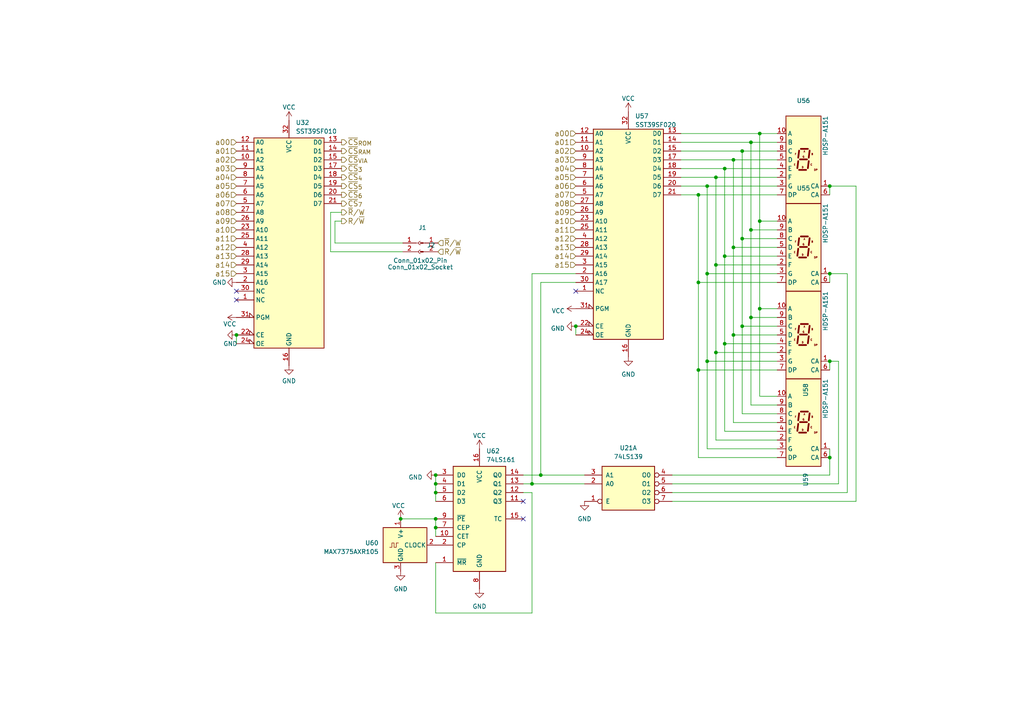
<source format=kicad_sch>
(kicad_sch (version 20230121) (generator eeschema)
  (paper "A4")
  (lib_symbols
    (symbol "74xx:74LS139" (pin_names (offset 1.016))
      (property "Reference" "U" (at -7.62 8.89 0))
      (property "Value" "74LS139" (at -7.62 -8.89 0))
      (symbol "74LS139_1_0"
        (pin input inverted (at -12.7 -5.08 0) (length 5.08) (name "E") (number "1"))
        (pin input line (at -12.7 0 0) (length 5.08) (name "A0") (number "2"))
        (pin input line (at -12.7 2.54 0) (length 5.08) (name "A1") (number "3"))
        (pin output inverted (at 12.7 2.54 180) (length 5.08) (name "O0") (number "4"))
        (pin output inverted (at 12.7 0 180) (length 5.08) (name "O1") (number "5"))
        (pin output inverted (at 12.7 -2.54 180) (length 5.08) (name "O2") (number "6"))
        (pin output inverted (at 12.7 -5.08 180) (length 5.08) (name "O3") (number "7"))
      )
      (symbol "74LS139_1_1"
        (rectangle (start -7.62 5.08) (end 7.62 -7.62) (stroke (width 0.254)) (fill (type background)))
      )
      (symbol "74LS139_2_0"
        (pin output inverted (at 12.7 -2.54 180) (length 5.08) (name "O2") (number "10"))
        (pin output inverted (at 12.7 0 180) (length 5.08) (name "O1") (number "11"))
        (pin output inverted (at 12.7 2.54 180) (length 5.08) (name "O0") (number "12"))
        (pin input line (at -12.7 2.54 0) (length 5.08) (name "A1") (number "13"))
        (pin input line (at -12.7 0 0) (length 5.08) (name "A0") (number "14"))
        (pin input inverted (at -12.7 -5.08 0) (length 5.08) (name "E") (number "15"))
        (pin output inverted (at 12.7 -5.08 180) (length 5.08) (name "O3") (number "9"))
      )
      (symbol "74LS139_2_1"
        (rectangle (start -7.62 5.08) (end 7.62 -7.62) (stroke (width 0.254)) (fill (type background)))
      )
      (symbol "74LS139_3_0"
        (pin power_in line (at 0 12.7 270) (length 5.08) (name "VCC") (number "16"))
        (pin power_in line (at 0 -12.7 90) (length 5.08) (name "GND") (number "8"))
      )
      (symbol "74LS139_3_1"
        (rectangle (start -5.08 7.62) (end 5.08 -7.62) (stroke (width 0.254)) (fill (type background)))
      )
    )
    (symbol "74xx:74LS161" (pin_names (offset 1.016))
      (property "Reference" "U" (at -7.62 16.51 0))
      (property "Value" "74LS161" (at -7.62 -16.51 0))
      (symbol "74LS161_1_0"
        (pin input line (at -12.7 -12.7 0) (length 5.08) (name "~{MR}") (number "1"))
        (pin input line (at -12.7 -5.08 0) (length 5.08) (name "CET") (number "10"))
        (pin output line (at 12.7 5.08 180) (length 5.08) (name "Q3") (number "11"))
        (pin output line (at 12.7 7.62 180) (length 5.08) (name "Q2") (number "12"))
        (pin output line (at 12.7 10.16 180) (length 5.08) (name "Q1") (number "13"))
        (pin output line (at 12.7 12.7 180) (length 5.08) (name "Q0") (number "14"))
        (pin output line (at 12.7 0 180) (length 5.08) (name "TC") (number "15"))
        (pin power_in line (at 0 20.32 270) (length 5.08) (name "VCC") (number "16"))
        (pin input line (at -12.7 -7.62 0) (length 5.08) (name "CP") (number "2"))
        (pin input line (at -12.7 12.7 0) (length 5.08) (name "D0") (number "3"))
        (pin input line (at -12.7 10.16 0) (length 5.08) (name "D1") (number "4"))
        (pin input line (at -12.7 7.62 0) (length 5.08) (name "D2") (number "5"))
        (pin input line (at -12.7 5.08 0) (length 5.08) (name "D3") (number "6"))
        (pin input line (at -12.7 -2.54 0) (length 5.08) (name "CEP") (number "7"))
        (pin power_in line (at 0 -20.32 90) (length 5.08) (name "GND") (number "8"))
        (pin input line (at -12.7 0 0) (length 5.08) (name "~{PE}") (number "9"))
      )
      (symbol "74LS161_1_1"
        (rectangle (start -7.62 15.24) (end 7.62 -15.24) (stroke (width 0.254)) (fill (type background)))
      )
    )
    (symbol "Connector:Conn_01x02_Pin" (pin_names (offset 1.016) hide)
      (property "Reference" "J" (at 0 2.54 0))
      (property "Value" "Conn_01x02_Pin" (at 0 -5.08 0))
      (symbol "Conn_01x02_Pin_1_1"
        (polyline (pts (xy 1.27 -2.54) (xy 0.8636 -2.54)) (stroke (width 0.1524)))
        (polyline (pts (xy 1.27 0) (xy 0.8636 0)) (stroke (width 0.1524)))
        (rectangle (start 0.8636 -2.413) (end 0 -2.667) (stroke (width 0.1524)) (fill (type outline)))
        (rectangle (start 0.8636 0.127) (end 0 -0.127) (stroke (width 0.1524)) (fill (type outline)))
        (pin passive line (at 5.08 0 180) (length 3.81) (name "Pin_1") (number "1"))
        (pin passive line (at 5.08 -2.54 180) (length 3.81) (name "Pin_2") (number "2"))
      )
    )
    (symbol "Connector:Conn_01x02_Socket" (pin_names (offset 1.016) hide)
      (property "Reference" "J" (at 0 2.54 0))
      (property "Value" "Conn_01x02_Socket" (at 0 -5.08 0))
      (symbol "Conn_01x02_Socket_1_1"
        (arc (start 0 -2.032) (mid -0.5058 -2.54) (end 0 -3.048) (stroke (width 0.1524)))
        (polyline (pts (xy -1.27 -2.54) (xy -0.508 -2.54)) (stroke (width 0.1524)))
        (polyline (pts (xy -1.27 0) (xy -0.508 0)) (stroke (width 0.1524)))
        (arc (start 0 0.508) (mid -0.5058 0) (end 0 -0.508) (stroke (width 0.1524)))
        (pin passive line (at -5.08 0 0) (length 3.81) (name "Pin_1") (number "1"))
        (pin passive line (at -5.08 -2.54 0) (length 3.81) (name "Pin_2") (number "2"))
      )
    )
    (symbol "Display_Character:HDSP-A151"
      (property "Reference" "U" (at -3.81 13.97 0))
      (property "Value" "HDSP-A151" (at 6.35 13.97 0))
      (symbol "HDSP-A151_1_0"
        (text "A" (at 0.254 2.413 0) (effects (font (size 0.508 0.508))))
        (text "B" (at 2.54 1.651 0) (effects (font (size 0.508 0.508))))
        (text "C" (at 2.286 -1.397 0) (effects (font (size 0.508 0.508))))
        (text "D" (at -0.254 -2.159 0) (effects (font (size 0.508 0.508))))
        (text "DP" (at 3.556 -2.921 0) (effects (font (size 0.508 0.508))))
        (text "E" (at -2.54 -1.397 0) (effects (font (size 0.508 0.508))))
        (text "F" (at -2.286 1.651 0) (effects (font (size 0.508 0.508))))
        (text "G" (at 0 0.889 0) (effects (font (size 0.508 0.508))))
      )
      (symbol "HDSP-A151_1_1"
        (rectangle (start -5.08 12.7) (end 5.08 -12.7) (stroke (width 0.254)) (fill (type background)))
        (polyline (pts (xy -1.524 -0.381) (xy -1.778 -2.413)) (stroke (width 0.508)))
        (polyline (pts (xy -1.27 -2.921) (xy 0.762 -2.921)) (stroke (width 0.508)))
        (polyline (pts (xy -1.27 2.667) (xy -1.524 0.635)) (stroke (width 0.508)))
        (polyline (pts (xy -1.016 0.127) (xy 1.016 0.127)) (stroke (width 0.508)))
        (polyline (pts (xy -0.762 3.175) (xy 1.27 3.175)) (stroke (width 0.508)))
        (polyline (pts (xy 1.524 -0.381) (xy 1.27 -2.413)) (stroke (width 0.508)))
        (polyline (pts (xy 1.778 2.667) (xy 1.524 0.635)) (stroke (width 0.508)))
        (polyline (pts (xy 2.54 -2.921) (xy 2.54 -2.921)) (stroke (width 0.508)))
        (pin input line (at 7.62 -7.62 180) (length 2.54) (name "CA") (number "1"))
        (pin input line (at -7.62 7.62 0) (length 2.54) (name "A") (number "10"))
        (pin input line (at -7.62 -5.08 0) (length 2.54) (name "F") (number "2"))
        (pin input line (at -7.62 -7.62 0) (length 2.54) (name "G") (number "3"))
        (pin input line (at -7.62 -2.54 0) (length 2.54) (name "E") (number "4"))
        (pin input line (at -7.62 0 0) (length 2.54) (name "D") (number "5"))
        (pin input line (at 7.62 -10.16 180) (length 2.54) (name "CA") (number "6"))
        (pin input line (at -7.62 -10.16 0) (length 2.54) (name "DP") (number "7"))
        (pin input line (at -7.62 2.54 0) (length 2.54) (name "C") (number "8"))
        (pin input line (at -7.62 5.08 0) (length 2.54) (name "B") (number "9"))
      )
    )
    (symbol "Memory_Flash:SST39SF010"
      (property "Reference" "U" (at 2.54 33.02 0))
      (property "Value" "SST39SF010" (at 0 -30.48 0))
      (symbol "SST39SF010_0_0"
        (pin power_in line (at 0 -34.29 90) (length 5.08) (name "GND") (number "16"))
        (pin power_in line (at 0 36.83 270) (length 5.08) (name "VCC") (number "32"))
      )
      (symbol "SST39SF010_0_1"
        (rectangle (start -10.16 31.75) (end 10.16 -29.21) (stroke (width 0.254)) (fill (type background)))
      )
      (symbol "SST39SF010_1_1"
        (pin input line (at -15.24 -15.24 0) (length 5.08) (name "NC") (number "1"))
        (pin input line (at -15.24 25.4 0) (length 5.08) (name "A2") (number "10"))
        (pin input line (at -15.24 27.94 0) (length 5.08) (name "A1") (number "11"))
        (pin input line (at -15.24 30.48 0) (length 5.08) (name "A0") (number "12"))
        (pin tri_state line (at 15.24 30.48 180) (length 5.08) (name "D0") (number "13"))
        (pin tri_state line (at 15.24 27.94 180) (length 5.08) (name "D1") (number "14"))
        (pin tri_state line (at 15.24 25.4 180) (length 5.08) (name "D2") (number "15"))
        (pin tri_state line (at 15.24 22.86 180) (length 5.08) (name "D3") (number "17"))
        (pin tri_state line (at 15.24 20.32 180) (length 5.08) (name "D4") (number "18"))
        (pin tri_state line (at 15.24 17.78 180) (length 5.08) (name "D5") (number "19"))
        (pin input line (at -15.24 -10.16 0) (length 5.08) (name "A16") (number "2"))
        (pin tri_state line (at 15.24 15.24 180) (length 5.08) (name "D6") (number "20"))
        (pin tri_state line (at 15.24 12.7 180) (length 5.08) (name "D7") (number "21"))
        (pin input input_low (at -15.24 -25.4 0) (length 5.08) (name "CE") (number "22"))
        (pin input line (at -15.24 5.08 0) (length 5.08) (name "A10") (number "23"))
        (pin input input_low (at -15.24 -27.94 0) (length 5.08) (name "OE") (number "24"))
        (pin input line (at -15.24 2.54 0) (length 5.08) (name "A11") (number "25"))
        (pin input line (at -15.24 7.62 0) (length 5.08) (name "A9") (number "26"))
        (pin input line (at -15.24 10.16 0) (length 5.08) (name "A8") (number "27"))
        (pin input line (at -15.24 -2.54 0) (length 5.08) (name "A13") (number "28"))
        (pin input line (at -15.24 -5.08 0) (length 5.08) (name "A14") (number "29"))
        (pin input line (at -15.24 -7.62 0) (length 5.08) (name "A15") (number "3"))
        (pin input line (at -15.24 -12.7 0) (length 5.08) (name "NC") (number "30"))
        (pin input input_low (at -15.24 -20.32 0) (length 5.08) (name "PGM") (number "31"))
        (pin input line (at -15.24 0 0) (length 5.08) (name "A12") (number "4"))
        (pin input line (at -15.24 12.7 0) (length 5.08) (name "A7") (number "5"))
        (pin input line (at -15.24 15.24 0) (length 5.08) (name "A6") (number "6"))
        (pin input line (at -15.24 17.78 0) (length 5.08) (name "A5") (number "7"))
        (pin input line (at -15.24 20.32 0) (length 5.08) (name "A4") (number "8"))
        (pin input line (at -15.24 22.86 0) (length 5.08) (name "A3") (number "9"))
      )
    )
    (symbol "Memory_Flash:SST39SF020"
      (property "Reference" "U" (at 2.54 33.02 0))
      (property "Value" "SST39SF020" (at 0 -30.48 0))
      (symbol "SST39SF020_0_0"
        (pin power_in line (at 0 -34.29 90) (length 5.08) (name "GND") (number "16"))
        (pin power_in line (at 0 36.83 270) (length 5.08) (name "VCC") (number "32"))
      )
      (symbol "SST39SF020_0_1"
        (rectangle (start -10.16 31.75) (end 10.16 -29.21) (stroke (width 0.254)) (fill (type background)))
      )
      (symbol "SST39SF020_1_1"
        (pin input line (at -15.24 -15.24 0) (length 5.08) (name "NC") (number "1"))
        (pin input line (at -15.24 25.4 0) (length 5.08) (name "A2") (number "10"))
        (pin input line (at -15.24 27.94 0) (length 5.08) (name "A1") (number "11"))
        (pin input line (at -15.24 30.48 0) (length 5.08) (name "A0") (number "12"))
        (pin tri_state line (at 15.24 30.48 180) (length 5.08) (name "D0") (number "13"))
        (pin tri_state line (at 15.24 27.94 180) (length 5.08) (name "D1") (number "14"))
        (pin tri_state line (at 15.24 25.4 180) (length 5.08) (name "D2") (number "15"))
        (pin tri_state line (at 15.24 22.86 180) (length 5.08) (name "D3") (number "17"))
        (pin tri_state line (at 15.24 20.32 180) (length 5.08) (name "D4") (number "18"))
        (pin tri_state line (at 15.24 17.78 180) (length 5.08) (name "D5") (number "19"))
        (pin input line (at -15.24 -10.16 0) (length 5.08) (name "A16") (number "2"))
        (pin tri_state line (at 15.24 15.24 180) (length 5.08) (name "D6") (number "20"))
        (pin tri_state line (at 15.24 12.7 180) (length 5.08) (name "D7") (number "21"))
        (pin input input_low (at -15.24 -25.4 0) (length 5.08) (name "CE") (number "22"))
        (pin input line (at -15.24 5.08 0) (length 5.08) (name "A10") (number "23"))
        (pin input input_low (at -15.24 -27.94 0) (length 5.08) (name "OE") (number "24"))
        (pin input line (at -15.24 2.54 0) (length 5.08) (name "A11") (number "25"))
        (pin input line (at -15.24 7.62 0) (length 5.08) (name "A9") (number "26"))
        (pin input line (at -15.24 10.16 0) (length 5.08) (name "A8") (number "27"))
        (pin input line (at -15.24 -2.54 0) (length 5.08) (name "A13") (number "28"))
        (pin input line (at -15.24 -5.08 0) (length 5.08) (name "A14") (number "29"))
        (pin input line (at -15.24 -7.62 0) (length 5.08) (name "A15") (number "3"))
        (pin input line (at -15.24 -12.7 0) (length 5.08) (name "A17") (number "30"))
        (pin input input_low (at -15.24 -20.32 0) (length 5.08) (name "PGM") (number "31"))
        (pin input line (at -15.24 0 0) (length 5.08) (name "A12") (number "4"))
        (pin input line (at -15.24 12.7 0) (length 5.08) (name "A7") (number "5"))
        (pin input line (at -15.24 15.24 0) (length 5.08) (name "A6") (number "6"))
        (pin input line (at -15.24 17.78 0) (length 5.08) (name "A5") (number "7"))
        (pin input line (at -15.24 20.32 0) (length 5.08) (name "A4") (number "8"))
        (pin input line (at -15.24 22.86 0) (length 5.08) (name "A3") (number "9"))
      )
    )
    (symbol "Oscillator:MAX7375AXR105" (pin_names (offset 0.254))
      (property "Reference" "U" (at -2.54 6.35 0))
      (property "Value" "MAX7375AXR105" (at 1.27 -6.35 0))
      (symbol "MAX7375AXR105_0_1"
        (rectangle (start -5.08 5.08) (end 7.62 -5.08) (stroke (width 0.254)) (fill (type background)))
        (polyline (pts (xy -3.175 -0.635) (xy -2.54 -0.635) (xy -2.54 0.635) (xy -1.905 0.635) (xy -1.905 -0.635) (xy -1.27 -0.635) (xy -1.27 0.635) (xy -0.635 0.635)))
      )
      (symbol "MAX7375AXR105_1_1"
        (pin power_in line (at 0 7.62 270) (length 2.54) (name "V+") (number "1"))
        (pin output line (at 10.16 0 180) (length 2.54) (name "CLOCK") (number "2"))
        (pin power_in line (at 0 -7.62 90) (length 2.54) (name "GND") (number "3"))
      )
    )
    (symbol "power:GND" (power) (pin_names (offset 0))
      (property "Value" "GND" (at 0 -3.81 0))
      (symbol "GND_0_1"
        (polyline (pts (xy 0 0) (xy 0 -1.27) (xy 1.27 -1.27) (xy 0 -2.54) (xy -1.27 -1.27) (xy 0 -1.27)))
      )
      (symbol "GND_1_1"
        (pin power_in line (at 0 0 270) (length 0) hide (name "GND") (number "1"))
      )
    )
    (symbol "power:VCC" (power) (pin_names (offset 0))
      (property "Value" "VCC" (at 0 3.81 0))
      (symbol "VCC_0_1"
        (polyline (pts (xy -0.762 1.27) (xy 0 2.54)))
        (polyline (pts (xy 0 0) (xy 0 2.54)))
        (polyline (pts (xy 0 2.54) (xy 0.762 1.27)))
      )
      (symbol "VCC_1_1"
        (pin power_in line (at 0 0 90) (length 0) hide (name "VCC") (number "1"))
      )
    )
  )
  (junction (at 126.365 153.035))
  (junction (at 202.565 56.515))
  (junction (at 207.645 76.835))
  (junction (at 205.105 53.975))
  (junction (at 126.365 142.875))
  (junction (at 215.265 94.615))
  (junction (at 212.725 46.355))
  (junction (at 167.005 94.615))
  (junction (at 240.665 104.775))
  (junction (at 154.305 140.335))
  (junction (at 217.805 66.675))
  (junction (at 126.365 150.495))
  (junction (at 205.105 79.375))
  (junction (at 215.265 43.815))
  (junction (at 220.345 89.535))
  (junction (at 220.345 38.735))
  (junction (at 210.185 74.295))
  (junction (at 202.565 81.915))
  (junction (at 126.365 140.335))
  (junction (at 205.105 104.775))
  (junction (at 217.805 92.075))
  (junction (at 156.845 137.795))
  (junction (at 68.58 97.155))
  (junction (at 202.565 107.315))
  (junction (at 116.205 150.495))
  (junction (at 212.725 71.755))
  (junction (at 212.725 97.155))
  (junction (at 207.645 51.435))
  (junction (at 207.645 102.235))
  (junction (at 126.365 137.795))
  (junction (at 240.665 132.715))
  (junction (at 210.185 48.895))
  (junction (at 210.185 99.695))
  (junction (at 240.665 53.975))
  (junction (at 215.265 69.215))
  (junction (at 220.345 64.135))
  (junction (at 240.665 79.375))
  (junction (at 217.805 41.275))
  (no_connect (at 68.58 86.995))
  (no_connect (at 151.765 150.495))
  (no_connect (at 167.005 84.455))
  (no_connect (at 68.58 84.455))
  (no_connect (at 151.765 145.415))
  (wire (pts (xy 225.425 104.775) (xy 205.105 104.775)))
  (wire (pts (xy 156.845 137.795) (xy 156.845 81.915)))
  (wire (pts (xy 225.425 130.175) (xy 205.105 130.175)))
  (wire (pts (xy 240.665 53.975) (xy 248.285 53.975)))
  (wire (pts (xy 245.745 79.375) (xy 240.665 79.375)))
  (wire (pts (xy 167.005 79.375) (xy 154.305 79.375)))
  (wire (pts (xy 240.665 137.795) (xy 240.665 132.715)))
  (wire (pts (xy 225.425 102.235) (xy 207.645 102.235)))
  (wire (pts (xy 151.765 140.335) (xy 154.305 140.335)))
  (wire (pts (xy 240.665 79.375) (xy 240.665 81.915)))
  (wire (pts (xy 248.285 145.415) (xy 194.945 145.415)))
  (wire (pts (xy 240.665 132.715) (xy 240.665 130.175)))
  (wire (pts (xy 243.205 140.335) (xy 243.205 104.775)))
  (wire (pts (xy 154.305 177.8) (xy 126.365 177.8)))
  (wire (pts (xy 95.885 61.595) (xy 99.06 61.595)))
  (wire (pts (xy 202.565 107.315) (xy 202.565 132.715)))
  (wire (pts (xy 197.485 41.275) (xy 217.805 41.275)))
  (wire (pts (xy 202.565 56.515) (xy 202.565 81.915)))
  (wire (pts (xy 95.885 61.595) (xy 95.885 73.025)))
  (wire (pts (xy 197.485 51.435) (xy 207.645 51.435)))
  (wire (pts (xy 220.345 38.735) (xy 197.485 38.735)))
  (wire (pts (xy 197.485 56.515) (xy 202.565 56.515)))
  (wire (pts (xy 126.365 137.795) (xy 126.365 140.335)))
  (wire (pts (xy 215.265 43.815) (xy 215.265 69.215)))
  (wire (pts (xy 225.425 76.835) (xy 207.645 76.835)))
  (wire (pts (xy 220.345 89.535) (xy 220.345 114.935)))
  (wire (pts (xy 225.425 43.815) (xy 215.265 43.815)))
  (wire (pts (xy 225.425 114.935) (xy 220.345 114.935)))
  (wire (pts (xy 126.365 150.495) (xy 126.365 153.035)))
  (wire (pts (xy 225.425 66.675) (xy 217.805 66.675)))
  (wire (pts (xy 225.425 64.135) (xy 220.345 64.135)))
  (wire (pts (xy 202.565 81.915) (xy 202.565 107.315)))
  (wire (pts (xy 151.765 137.795) (xy 156.845 137.795)))
  (wire (pts (xy 225.425 71.755) (xy 212.725 71.755)))
  (wire (pts (xy 205.105 53.975) (xy 205.105 79.375)))
  (wire (pts (xy 225.425 74.295) (xy 210.185 74.295)))
  (wire (pts (xy 194.945 140.335) (xy 243.205 140.335)))
  (wire (pts (xy 225.425 97.155) (xy 212.725 97.155)))
  (wire (pts (xy 126.365 153.035) (xy 126.365 155.575)))
  (wire (pts (xy 212.725 97.155) (xy 212.725 122.555)))
  (wire (pts (xy 169.545 137.795) (xy 156.845 137.795)))
  (wire (pts (xy 151.765 142.875) (xy 154.305 142.875)))
  (wire (pts (xy 240.665 104.775) (xy 240.665 107.315)))
  (wire (pts (xy 197.485 43.815) (xy 215.265 43.815)))
  (wire (pts (xy 225.425 92.075) (xy 217.805 92.075)))
  (wire (pts (xy 225.425 48.895) (xy 210.185 48.895)))
  (wire (pts (xy 116.205 150.495) (xy 126.365 150.495)))
  (wire (pts (xy 225.425 38.735) (xy 220.345 38.735)))
  (wire (pts (xy 202.565 81.915) (xy 225.425 81.915)))
  (wire (pts (xy 215.265 69.215) (xy 215.265 94.615)))
  (wire (pts (xy 97.155 70.485) (xy 116.84 70.485)))
  (wire (pts (xy 210.185 74.295) (xy 210.185 99.695)))
  (wire (pts (xy 225.425 117.475) (xy 217.805 117.475)))
  (wire (pts (xy 116.84 73.025) (xy 95.885 73.025)))
  (wire (pts (xy 97.155 64.135) (xy 97.155 70.485)))
  (wire (pts (xy 225.425 94.615) (xy 215.265 94.615)))
  (wire (pts (xy 217.805 66.675) (xy 217.805 92.075)))
  (wire (pts (xy 202.565 56.515) (xy 225.425 56.515)))
  (wire (pts (xy 225.425 125.095) (xy 210.185 125.095)))
  (wire (pts (xy 210.185 48.895) (xy 210.185 74.295)))
  (wire (pts (xy 220.345 38.735) (xy 220.345 64.135)))
  (wire (pts (xy 126.365 177.8) (xy 126.365 163.195)))
  (wire (pts (xy 225.425 46.355) (xy 212.725 46.355)))
  (wire (pts (xy 154.305 79.375) (xy 154.305 140.335)))
  (wire (pts (xy 225.425 120.015) (xy 215.265 120.015)))
  (wire (pts (xy 248.285 53.975) (xy 248.285 145.415)))
  (wire (pts (xy 197.485 46.355) (xy 212.725 46.355)))
  (wire (pts (xy 126.365 142.875) (xy 126.365 145.415)))
  (wire (pts (xy 202.565 107.315) (xy 225.425 107.315)))
  (wire (pts (xy 225.425 51.435) (xy 207.645 51.435)))
  (wire (pts (xy 225.425 79.375) (xy 205.105 79.375)))
  (wire (pts (xy 215.265 94.615) (xy 215.265 120.015)))
  (wire (pts (xy 154.305 142.875) (xy 154.305 177.8)))
  (wire (pts (xy 225.425 99.695) (xy 210.185 99.695)))
  (wire (pts (xy 245.745 142.875) (xy 245.745 79.375)))
  (wire (pts (xy 212.725 46.355) (xy 212.725 71.755)))
  (wire (pts (xy 194.945 137.795) (xy 240.665 137.795)))
  (wire (pts (xy 207.645 51.435) (xy 207.645 76.835)))
  (wire (pts (xy 225.425 122.555) (xy 212.725 122.555)))
  (wire (pts (xy 126.365 140.335) (xy 126.365 142.875)))
  (wire (pts (xy 197.485 53.975) (xy 205.105 53.975)))
  (wire (pts (xy 156.845 81.915) (xy 167.005 81.915)))
  (wire (pts (xy 225.425 89.535) (xy 220.345 89.535)))
  (wire (pts (xy 167.005 94.615) (xy 167.005 97.155)))
  (wire (pts (xy 194.945 142.875) (xy 245.745 142.875)))
  (wire (pts (xy 197.485 48.895) (xy 210.185 48.895)))
  (wire (pts (xy 217.805 92.075) (xy 217.805 117.475)))
  (wire (pts (xy 240.665 53.975) (xy 240.665 56.515)))
  (wire (pts (xy 225.425 127.635) (xy 207.645 127.635)))
  (wire (pts (xy 154.305 140.335) (xy 169.545 140.335)))
  (wire (pts (xy 225.425 41.275) (xy 217.805 41.275)))
  (wire (pts (xy 99.06 64.135) (xy 97.155 64.135)))
  (wire (pts (xy 205.105 104.775) (xy 205.105 130.175)))
  (wire (pts (xy 243.205 104.775) (xy 240.665 104.775)))
  (wire (pts (xy 207.645 76.835) (xy 207.645 102.235)))
  (wire (pts (xy 225.425 53.975) (xy 205.105 53.975)))
  (wire (pts (xy 210.185 99.695) (xy 210.185 125.095)))
  (wire (pts (xy 212.725 71.755) (xy 212.725 97.155)))
  (wire (pts (xy 225.425 132.715) (xy 202.565 132.715)))
  (wire (pts (xy 217.805 41.275) (xy 217.805 66.675)))
  (wire (pts (xy 207.645 102.235) (xy 207.645 127.635)))
  (wire (pts (xy 205.105 79.375) (xy 205.105 104.775)))
  (wire (pts (xy 225.425 69.215) (xy 215.265 69.215)))
  (wire (pts (xy 220.345 64.135) (xy 220.345 89.535)))
  (wire (pts (xy 68.58 97.155) (xy 68.58 99.695)))
  (hierarchical_label "a15" (shape input) (at 68.58 79.375 180) (effects (font (size 1.524 1.524))))
  (hierarchical_label "a07" (shape input) (at 167.005 56.515 180) (effects (font (size 1.524 1.524))))
  (hierarchical_label "a13" (shape input) (at 167.005 71.755 180) (effects (font (size 1.524 1.524))))
  (hierarchical_label "a02" (shape input) (at 68.58 46.355 180) (effects (font (size 1.524 1.524))))
  (hierarchical_label "a06" (shape input) (at 68.58 56.515 180) (effects (font (size 1.524 1.524))))
  (hierarchical_label "~{R}{slash}W" (shape output) (at 99.06 61.595 0) (effects (font (size 1.524 1.524))))
  (hierarchical_label "a14" (shape input) (at 167.005 74.295 180) (effects (font (size 1.524 1.524))))
  (hierarchical_label "a11" (shape input) (at 68.58 69.215 180) (effects (font (size 1.524 1.524))))
  (hierarchical_label "~{R}{slash}W" (shape input) (at 127 70.485 0) (effects (font (size 1.524 1.524))))
  (hierarchical_label "~{CS}_{4}" (shape output) (at 99.06 51.435 0) (effects (font (size 1.524 1.524))))
  (hierarchical_label "a03" (shape input) (at 167.005 46.355 180) (effects (font (size 1.524 1.524))))
  (hierarchical_label "a09" (shape input) (at 167.005 61.595 180) (effects (font (size 1.524 1.524))))
  (hierarchical_label "~{CS}_{5}" (shape output) (at 99.06 53.975 0) (effects (font (size 1.524 1.524))))
  (hierarchical_label "a13" (shape input) (at 68.58 74.295 180) (effects (font (size 1.524 1.524))))
  (hierarchical_label "a10" (shape input) (at 167.005 64.135 180) (effects (font (size 1.524 1.524))))
  (hierarchical_label "a04" (shape input) (at 68.58 51.435 180) (effects (font (size 1.524 1.524))))
  (hierarchical_label "a01" (shape input) (at 68.58 43.815 180) (effects (font (size 1.524 1.524))))
  (hierarchical_label "a07" (shape input) (at 68.58 59.055 180) (effects (font (size 1.524 1.524))))
  (hierarchical_label "~{CS}_{3}" (shape output) (at 99.06 48.895 0) (effects (font (size 1.524 1.524))))
  (hierarchical_label "a10" (shape input) (at 68.58 66.675 180) (effects (font (size 1.524 1.524))))
  (hierarchical_label "a03" (shape input) (at 68.58 48.895 180) (effects (font (size 1.524 1.524))))
  (hierarchical_label "a11" (shape input) (at 167.005 66.675 180) (effects (font (size 1.524 1.524))))
  (hierarchical_label "a08" (shape input) (at 68.58 61.595 180) (effects (font (size 1.524 1.524))))
  (hierarchical_label "~{CS}_{VIA}" (shape output) (at 99.06 46.355 0) (effects (font (size 1.524 1.524))))
  (hierarchical_label "a01" (shape input) (at 167.005 41.275 180) (effects (font (size 1.524 1.524))))
  (hierarchical_label "a00" (shape input) (at 167.005 38.735 180) (effects (font (size 1.524 1.524))))
  (hierarchical_label "a12" (shape input) (at 167.005 69.215 180) (effects (font (size 1.524 1.524))))
  (hierarchical_label "~{CS}_{6}" (shape output) (at 99.06 56.515 0) (effects (font (size 1.524 1.524))))
  (hierarchical_label "a05" (shape input) (at 68.58 53.975 180) (effects (font (size 1.524 1.524))))
  (hierarchical_label "a12" (shape input) (at 68.58 71.755 180) (effects (font (size 1.524 1.524))))
  (hierarchical_label "a14" (shape input) (at 68.58 76.835 180) (effects (font (size 1.524 1.524))))
  (hierarchical_label "a09" (shape input) (at 68.58 64.135 180) (effects (font (size 1.524 1.524))))
  (hierarchical_label "a00" (shape input) (at 68.58 41.275 180) (effects (font (size 1.524 1.524))))
  (hierarchical_label "~{CS}_{7}" (shape output) (at 99.06 59.055 0) (effects (font (size 1.524 1.524))))
  (hierarchical_label "a05" (shape input) (at 167.005 51.435 180) (effects (font (size 1.524 1.524))))
  (hierarchical_label "a08" (shape input) (at 167.005 59.055 180) (effects (font (size 1.524 1.524))))
  (hierarchical_label "a02" (shape input) (at 167.005 43.815 180) (effects (font (size 1.524 1.524))))
  (hierarchical_label "a06" (shape input) (at 167.005 53.975 180) (effects (font (size 1.524 1.524))))
  (hierarchical_label "~{CS}_{RAM}" (shape output) (at 99.06 43.815 0) (effects (font (size 1.524 1.524))))
  (hierarchical_label "a15" (shape input) (at 167.005 76.835 180) (effects (font (size 1.524 1.524))))
  (hierarchical_label "R{slash}~{W}" (shape output) (at 99.06 64.135 0) (effects (font (size 1.524 1.524))))
  (hierarchical_label "~{CS}_{ROM}" (shape output) (at 99.06 41.275 0) (effects (font (size 1.524 1.524))))
  (hierarchical_label "R{slash}~{W}" (shape input) (at 127 73.025 0) (effects (font (size 1.524 1.524))))
  (hierarchical_label "a04" (shape input) (at 167.005 48.895 180) (effects (font (size 1.524 1.524))))
  (symbol (lib_id "power:GND") (at 167.005 94.615 270) (unit 1)
    (property "Reference" "#PWR053" (effects hide))
    (property "Value" "GND" (at 163.83 95.25 90) (effects (justify right)))
    (instances (project "8bit-computer" (path "" (reference "#PWR053") (unit 1)) (path "" (reference "#PWR0130") (unit 1))))
  )
  (symbol (lib_id "Memory_Flash:SST39SF020") (at 182.245 69.215 0) (unit 1)
    (property "Reference" "U57" (at 184.2009 33.655 0) (effects (justify left)))
    (property "Value" "SST39SF020" (at 184.2009 36.195 0) (effects (justify left)))
    (property "Datasheet" "http://ww1.microchip.com/downloads/en/DeviceDoc/25022B.pdf" (effects hide))
    (instances (project "8bit-computer" (path "" (reference "U57") (unit 1)) (path "" (reference "U35") (unit 1))))
  )
  (symbol (lib_id "74xx:74LS139") (at 182.245 140.335 0) (unit 1)
    (property "Reference" "U21" (at 182.245 129.921 0))
    (property "Value" "74LS139" (at 182.245 132.461 0))
    (property "Datasheet" "http://www.ti.com/lit/ds/symlink/sn74ls139a.pdf" (effects hide))
    (instances (project "8bit-computer" (path "" (reference "U21") (unit 1)) (path "" (reference "U61") (unit 1)) (path "" (reference "U36") (unit 1))))
  )
  (symbol (lib_id "Memory_Flash:SST39SF010") (at 83.82 71.755 0) (unit 1)
    (property "Reference" "U32" (at 85.7759 35.56 0) (effects (justify left)))
    (property "Value" "SST39SF010" (at 85.7759 38.1 0) (effects (justify left)))
    (property "Datasheet" "http://ww1.microchip.com/downloads/en/DeviceDoc/25022B.pdf" (effects hide))
  )
  (symbol (lib_id "power:GND") (at 116.205 165.735 0) (unit 1)
    (property "Reference" "#PWR0160" (effects hide))
    (property "Value" "GND" (at 116.205 170.815 0))
    (instances (project "8bit-computer" (path "" (reference "#PWR0160") (unit 1)) (path "" (reference "#PWR0125") (unit 1))))
  )
  (symbol (lib_id "power:VCC") (at 167.005 89.535 90) (unit 1)
    (property "Reference" "#PWR064" (effects hide))
    (property "Value" "VCC" (at 163.83 90.17 90) (effects (justify left)))
    (instances (project "8bit-computer" (path "" (reference "#PWR064") (unit 1)) (path "" (reference "#PWR0129") (unit 1))))
  )
  (symbol (lib_id "power:VCC") (at 182.245 32.385 0) (unit 1)
    (property "Reference" "#PWR063" (effects hide))
    (property "Value" "VCC" (at 182.245 28.575 0))
    (instances (project "8bit-computer" (path "" (reference "#PWR063") (unit 1)) (path "" (reference "#PWR0132") (unit 1))))
  )
  (symbol (lib_id "power:GND") (at 182.245 103.505 0) (unit 1)
    (property "Reference" "#PWR054" (effects hide))
    (property "Value" "GND" (at 182.245 108.585 0))
    (instances (project "8bit-computer" (path "" (reference "#PWR054") (unit 1)) (path "" (reference "#PWR0133") (unit 1))))
  )
  (symbol (lib_id "power:GND") (at 83.82 106.045 0) (unit 1)
    (property "Reference" "#PWR0123" (effects hide))
    (property "Value" "GND" (at 83.82 110.49 0))
  )
  (symbol (lib_id "Connector:Conn_01x02_Pin") (at 121.92 70.485 0) (unit 1)
    (property "Reference" "J1" (at 122.555 66.04 0))
    (property "Value" "Conn_01x02_Pin" (at 121.92 75.565 0))
  )
  (symbol (lib_id "Display_Character:HDSP-A151") (at 233.045 122.555 0) (unit 1)
    (property "Reference" "U59" (at 233.68 137.16 90) (effects (justify right)))
    (property "Value" "HDSP-A151" (at 239.395 109.855 90) (effects (justify right)))
    (property "Footprint" "Display_7Segment:HDSP-A151" (effects hide))
    (property "Datasheet" "https://docs.broadcom.com/docs/AV02-2553EN" (effects hide))
    (instances (project "8bit-computer" (path "" (reference "U59") (unit 1)) (path "" (reference "U40") (unit 1))))
  )
  (symbol (lib_id "74xx:74LS161") (at 139.065 150.495 0) (unit 1)
    (property "Reference" "U62" (at 141.0209 130.81 0) (effects (justify left)))
    (property "Value" "74LS161" (at 141.0209 133.35 0) (effects (justify left)))
    (property "Datasheet" "http://www.ti.com/lit/gpn/sn74LS161" (effects hide))
    (instances (project "8bit-computer" (path "" (reference "U62") (unit 1)) (path "" (reference "U34") (unit 1))))
  )
  (symbol (lib_id "power:GND") (at 68.58 81.915 270) (unit 1)
    (property "Reference" "#PWR0119" (effects hide))
    (property "Value" "GND" (at 61.595 81.915 90) (effects (justify left)))
  )
  (symbol (lib_id "power:GND") (at 139.065 170.815 0) (unit 1)
    (property "Reference" "#PWR083" (effects hide))
    (property "Value" "GND" (at 139.065 175.895 0))
    (instances (project "8bit-computer" (path "" (reference "#PWR083") (unit 1)) (path "" (reference "#PWR0128") (unit 1))))
  )
  (symbol (lib_id "power:GND") (at 68.58 97.155 270) (unit 1)
    (property "Reference" "#PWR0121" (effects hide))
    (property "Value" "GND" (at 64.77 99.695 90) (effects (justify left)))
  )
  (symbol (lib_id "power:VCC") (at 83.82 34.925 0) (unit 1)
    (property "Reference" "#PWR0122" (effects hide))
    (property "Value" "VCC" (at 81.915 31.115 0) (effects (justify left)))
  )
  (symbol (lib_id "power:VCC") (at 68.58 92.075 90) (unit 1)
    (property "Reference" "#PWR0120" (effects hide))
    (property "Value" "VCC" (at 68.58 93.98 90) (effects (justify left)))
  )
  (symbol (lib_id "Display_Character:HDSP-A151") (at 233.045 97.155 0) (unit 1)
    (property "Reference" "U58" (at 233.68 111.125 90) (effects (justify right)))
    (property "Value" "HDSP-A151" (at 239.395 84.455 90) (effects (justify right)))
    (property "Footprint" "Display_7Segment:HDSP-A151" (effects hide))
    (property "Datasheet" "https://docs.broadcom.com/docs/AV02-2553EN" (effects hide))
    (instances (project "8bit-computer" (path "" (reference "U58") (unit 1)) (path "" (reference "U39") (unit 1))))
  )
  (symbol (lib_id "power:GND") (at 126.365 137.795 270) (unit 1)
    (property "Reference" "#PWR0159" (effects hide))
    (property "Value" "GND" (at 122.555 138.43 90) (effects (justify right)))
    (instances (project "8bit-computer" (path "" (reference "#PWR0159") (unit 1)) (path "" (reference "#PWR0126") (unit 1))))
  )
  (symbol (lib_id "Display_Character:HDSP-A151") (at 233.045 71.755 0) (unit 1)
    (property "Reference" "U55" (at 233.045 54.61 0))
    (property "Value" "HDSP-A151" (at 239.395 64.77 90))
    (property "Footprint" "Display_7Segment:HDSP-A151" (effects hide))
    (property "Datasheet" "https://docs.broadcom.com/docs/AV02-2553EN" (effects hide))
    (instances (project "8bit-computer" (path "" (reference "U55") (unit 1)) (path "" (reference "U38") (unit 1))))
  )
  (symbol (lib_id "power:VCC") (at 116.205 150.495 0) (unit 1)
    (property "Reference" "#PWR0155" (effects hide))
    (property "Value" "VCC" (at 113.665 146.685 0) (effects (justify left)))
    (instances (project "8bit-computer" (path "" (reference "#PWR0155") (unit 1)) (path "" (reference "#PWR0124") (unit 1))))
  )
  (symbol (lib_id "power:VCC") (at 139.065 130.175 0) (unit 1)
    (property "Reference" "#PWR0154" (effects hide))
    (property "Value" "VCC" (at 139.065 126.365 0))
    (instances (project "8bit-computer" (path "" (reference "#PWR0154") (unit 1)) (path "" (reference "#PWR0127") (unit 1))))
  )
  (symbol (lib_id "Display_Character:HDSP-A151") (at 233.045 46.355 0) (unit 1)
    (property "Reference" "U56" (at 233.045 29.21 0))
    (property "Value" "HDSP-A151" (at 239.395 39.37 90))
    (property "Footprint" "Display_7Segment:HDSP-A151" (effects hide))
    (property "Datasheet" "https://docs.broadcom.com/docs/AV02-2553EN" (effects hide))
    (instances (project "8bit-computer" (path "" (reference "U56") (unit 1)) (path "" (reference "U37") (unit 1))))
  )
  (symbol (lib_id "Oscillator:MAX7375AXR105") (at 116.205 158.115 0) (unit 1)
    (property "Reference" "U60" (at 109.855 157.48 0) (effects (justify right)))
    (property "Value" "MAX7375AXR105" (at 109.855 160.02 0) (effects (justify right)))
    (property "Footprint" "Package_TO_SOT_SMD:SOT-323_SC-70" (effects hide))
    (property "Datasheet" "https://datasheets.maximintegrated.com/en/ds/MAX7375.pdf" (effects hide))
    (instances (project "8bit-computer" (path "" (reference "U60") (unit 1)) (path "" (reference "U33") (unit 1))))
  )
  (symbol (lib_id "power:GND") (at 169.545 145.415 0) (unit 1)
    (property "Reference" "#PWR082" (effects hide))
    (property "Value" "GND" (at 169.545 150.495 0))
    (instances (project "8bit-computer" (path "" (reference "#PWR082") (unit 1)) (path "" (reference "#PWR0131") (unit 1))))
  )
  (symbol (lib_id "Connector:Conn_01x02_Socket") (at 121.92 70.485 0) (unit 1)
    (property "Reference" "J2" (at 123.825 71.12 0) (effects (justify left)))
    (property "Value" "Conn_01x02_Socket" (at 112.395 77.47 0) (effects (justify left)))
  )
)
</source>
